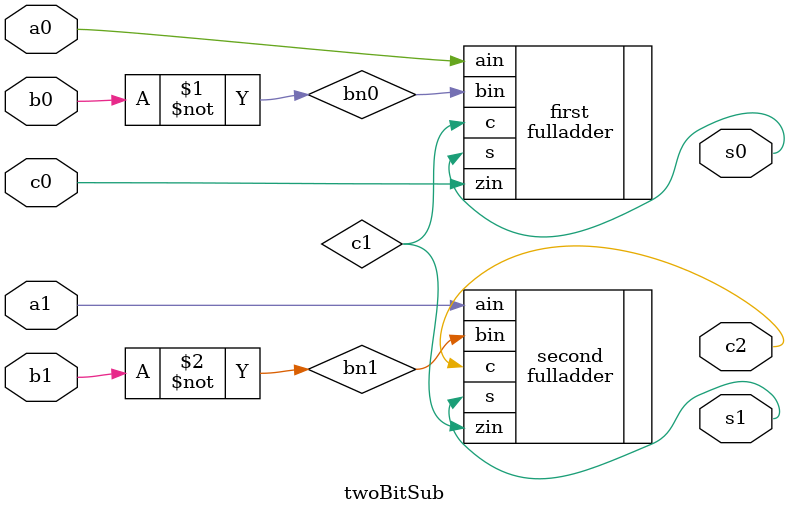
<source format=v>
`timescale 1ns / 1ps

module twoBitSub(a0,b0,a1,b1,c0,s0,s1,c2);
    
   
input a0, b0, a1, b1, c0;
output s0, s1, c2;

wire s1, s0;
wire c1; 

assign bn0 = ~b0;
assign bn1 = ~b1;


fulladder first( .ain(a0), .bin(bn0), .zin(c0), .s(s0), .c(c1));

fulladder second ( .ain(a1), .bin(bn1), .zin(c1), .s(s1), .c(c2) );







endmodule

</source>
